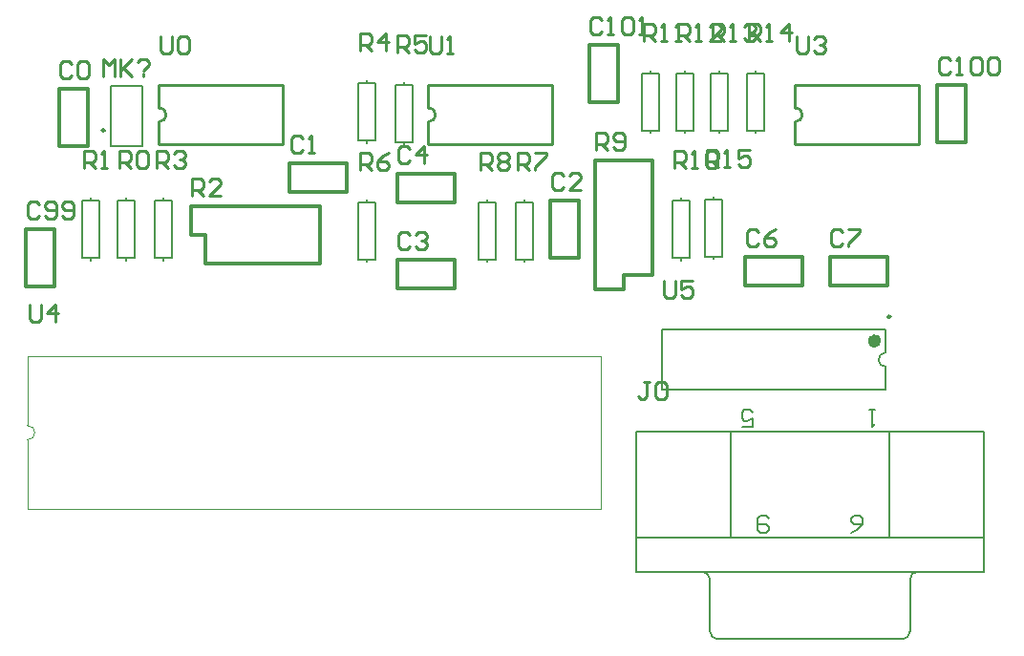
<source format=gto>
G04*
G04 #@! TF.GenerationSoftware,Altium Limited,Altium Designer,18.0.7 (293)*
G04*
G04 Layer_Color=65535*
%FSLAX25Y25*%
%MOIN*%
G70*
G01*
G75*
%ADD10C,0.02362*%
%ADD11C,0.00984*%
%ADD12C,0.00787*%
%ADD13C,0.00400*%
%ADD14C,0.00984*%
%ADD15C,0.01200*%
%ADD16C,0.01000*%
%ADD17C,0.00591*%
D10*
X323220Y86496D02*
G03*
X323220Y86496I-1181J0D01*
G01*
D11*
X327610Y95000D02*
G03*
X327610Y95000I-492J0D01*
G01*
X53421Y160000D02*
G03*
X53421Y160000I-492J0D01*
G01*
D12*
X325976Y82500D02*
G03*
X325976Y77500I0J-2500D01*
G01*
X264618Y-14886D02*
G03*
X267354Y-17622I2736J0D01*
G01*
X264598Y3244D02*
G03*
X261862Y5980I-2736J0D01*
G01*
X331646Y-17622D02*
G03*
X334382Y-14886I0J2736D01*
G01*
X337138Y5980D02*
G03*
X334402Y3244I0J-2736D01*
G01*
X74000Y115500D02*
X77000D01*
Y135500D01*
X71000D02*
X77000D01*
X71000Y115500D02*
Y135500D01*
Y115500D02*
X74000D01*
Y135500D02*
Y136400D01*
Y114600D02*
Y115500D01*
X248024Y69567D02*
Y90433D01*
X325976Y69567D02*
Y77500D01*
Y82500D02*
Y90433D01*
X248024Y69567D02*
X325976D01*
X248024Y90433D02*
X325976D01*
X266000Y116000D02*
X269000D01*
Y136000D01*
X263000D02*
X269000D01*
X263000Y116000D02*
Y136000D01*
Y116000D02*
X266000D01*
Y136000D02*
Y136900D01*
Y115100D02*
Y116000D01*
X277500Y180000D02*
X280500D01*
X277500Y160000D02*
Y180000D01*
Y160000D02*
X283500D01*
Y180000D01*
X280500D02*
X283500D01*
X280500Y159100D02*
Y160000D01*
Y180000D02*
Y180900D01*
X268000Y160000D02*
X271000D01*
Y180000D01*
X265000D02*
X271000D01*
X265000Y160000D02*
Y180000D01*
Y160000D02*
X268000D01*
Y180000D02*
Y180900D01*
Y159100D02*
Y160000D01*
X256000D02*
X259000D01*
Y180000D01*
X253000D02*
X259000D01*
X253000Y160000D02*
Y180000D01*
Y160000D02*
X256000D01*
Y180000D02*
Y180900D01*
Y159100D02*
Y160000D01*
X244000D02*
X247000D01*
Y180000D01*
X241000D02*
X247000D01*
X241000Y160000D02*
Y180000D01*
Y160000D02*
X244000D01*
Y180000D02*
Y180900D01*
Y159100D02*
Y160000D01*
X254500Y115500D02*
X257500D01*
Y135500D01*
X251500D02*
X257500D01*
X251500Y115500D02*
Y135500D01*
Y115500D02*
X254500D01*
Y135500D02*
Y136400D01*
Y114600D02*
Y115500D01*
X184000Y135000D02*
X187000D01*
X184000Y115000D02*
Y135000D01*
Y115000D02*
X190000D01*
Y135000D01*
X187000D02*
X190000D01*
X187000Y114100D02*
Y115000D01*
Y135000D02*
Y135900D01*
X200000Y115000D02*
X203000D01*
Y135000D01*
X197000D02*
X203000D01*
X197000Y115000D02*
Y135000D01*
Y115000D02*
X200000D01*
Y135000D02*
Y135900D01*
Y114100D02*
Y115000D01*
X145000D02*
X148000D01*
Y135000D01*
X142000D02*
X148000D01*
X142000Y115000D02*
Y135000D01*
Y115000D02*
X145000D01*
Y135000D02*
Y135900D01*
Y114100D02*
Y115000D01*
X158000Y156000D02*
X161000D01*
Y176000D01*
X155000D02*
X161000D01*
X155000Y156000D02*
Y176000D01*
Y156000D02*
X158000D01*
Y176000D02*
Y176900D01*
Y155100D02*
Y156000D01*
X145000Y156500D02*
X148000D01*
Y176500D01*
X142000D02*
X148000D01*
X142000Y156500D02*
Y176500D01*
Y156500D02*
X145000D01*
Y176500D02*
Y177400D01*
Y155600D02*
Y156500D01*
X48500Y115500D02*
X51500D01*
Y135500D01*
X45500D02*
X51500D01*
X45500Y115500D02*
Y135500D01*
Y115500D02*
X48500D01*
Y135500D02*
Y136400D01*
Y114600D02*
Y115500D01*
X61000D02*
X64000D01*
Y135500D01*
X58000D02*
X64000D01*
X58000Y115500D02*
Y135500D01*
Y115500D02*
X61000D01*
Y135500D02*
Y136400D01*
Y114600D02*
Y115500D01*
X66512Y154488D02*
Y175512D01*
X55488Y154488D02*
Y175512D01*
X66512D01*
X55488Y154488D02*
X66512D01*
X264598Y-14866D02*
Y3244D01*
X334402Y-14866D02*
Y3244D01*
X327059Y17811D02*
Y54819D01*
X238870Y6000D02*
X360130D01*
X271941Y17811D02*
Y54819D01*
X238870Y54819D02*
X360130D01*
X267354Y-17622D02*
X331646D01*
X360130Y6000D02*
Y54819D01*
X238870Y6000D02*
Y54819D01*
Y17811D02*
X360130D01*
D13*
X26500Y52000D02*
G03*
X26500Y57000I0J2500D01*
G01*
Y27800D02*
X226500D01*
Y81200D01*
X26500D02*
X226500D01*
X26500Y57000D02*
Y81200D01*
Y27800D02*
Y52000D01*
D14*
X294346Y163000D02*
G03*
X294346Y168000I0J2500D01*
G01*
X166347Y163000D02*
G03*
X166347Y168000I0J2500D01*
G01*
X72347Y163000D02*
G03*
X72347Y168000I0J2500D01*
G01*
X294346Y175933D02*
X337653D01*
X294346Y155067D02*
X337653D01*
Y175933D01*
X294346Y168000D02*
Y175933D01*
Y155067D02*
Y163000D01*
X166347Y175933D02*
X209653D01*
X166347Y155067D02*
X209653D01*
Y175933D01*
X166347Y168000D02*
Y175933D01*
Y155067D02*
Y163000D01*
X72347Y175933D02*
X115654D01*
X72347Y155067D02*
X115654D01*
Y175933D01*
X72347Y168000D02*
Y175933D01*
Y155067D02*
Y163000D01*
D15*
X244500Y109500D02*
Y149500D01*
X234500Y109500D02*
X244500D01*
X234500Y104500D02*
Y109500D01*
X224500Y104500D02*
X234500D01*
X224500D02*
Y149500D01*
X244500D01*
X88500Y113500D02*
X128500D01*
X88500D02*
Y123500D01*
X83500D02*
X88500D01*
X83500D02*
Y133500D01*
X128500D01*
Y113500D02*
Y133500D01*
X222500Y170000D02*
X232500D01*
X222500D02*
Y190000D01*
X232500D01*
Y170000D02*
Y190000D01*
X344000Y156000D02*
X354000D01*
X344000D02*
Y176000D01*
X354000D01*
Y156000D02*
Y176000D01*
X26000Y125500D02*
X36000D01*
Y105500D02*
Y125500D01*
X26000Y105500D02*
X36000D01*
X26000D02*
Y125500D01*
X326500Y106000D02*
Y116000D01*
X306500Y106000D02*
X326500D01*
X306500D02*
Y116000D01*
X326500D01*
X297000Y106000D02*
Y116000D01*
X277000Y106000D02*
X297000D01*
X277000D02*
Y116000D01*
X297000D01*
X175500Y135000D02*
Y145000D01*
X155500Y135000D02*
X175500D01*
X155500D02*
Y145000D01*
X175500D01*
Y105000D02*
Y115000D01*
X155500Y105000D02*
X175500D01*
X155500D02*
Y115000D01*
X175500D01*
X209000Y115500D02*
X219000D01*
X209000D02*
Y135500D01*
X219000D01*
Y115500D02*
Y135500D01*
X138000Y138500D02*
Y148500D01*
X118000Y138500D02*
X138000D01*
X118000D02*
Y148500D01*
X138000D01*
X37500Y174500D02*
X47500D01*
Y154500D02*
Y174500D01*
X37500Y154500D02*
X47500D01*
X37500D02*
Y174500D01*
D16*
X71600Y146700D02*
Y152698D01*
X74599D01*
X75599Y151698D01*
Y149699D01*
X74599Y148699D01*
X71600D01*
X73599D02*
X75599Y146700D01*
X77598Y151698D02*
X78598Y152698D01*
X80597D01*
X81597Y151698D01*
Y150699D01*
X80597Y149699D01*
X79597D01*
X80597D01*
X81597Y148699D01*
Y147700D01*
X80597Y146700D01*
X78598D01*
X77598Y147700D01*
X248600Y107398D02*
Y102400D01*
X249600Y101400D01*
X251599D01*
X252599Y102400D01*
Y107398D01*
X258597D02*
X254598D01*
Y104399D01*
X256597Y105399D01*
X257597D01*
X258597Y104399D01*
Y102400D01*
X257597Y101400D01*
X255598D01*
X254598Y102400D01*
X27300Y99298D02*
Y94300D01*
X28300Y93300D01*
X30299D01*
X31299Y94300D01*
Y99298D01*
X36297Y93300D02*
Y99298D01*
X33298Y96299D01*
X37297D01*
X294900Y192898D02*
Y187900D01*
X295900Y186900D01*
X297899D01*
X298899Y187900D01*
Y192898D01*
X300898Y191898D02*
X301898Y192898D01*
X303897D01*
X304897Y191898D01*
Y190899D01*
X303897Y189899D01*
X302897D01*
X303897D01*
X304897Y188899D01*
Y187900D01*
X303897Y186900D01*
X301898D01*
X300898Y187900D01*
X166900Y192898D02*
Y187900D01*
X167900Y186900D01*
X169899D01*
X170899Y187900D01*
Y192898D01*
X172898Y186900D02*
X174897D01*
X173898D01*
Y192898D01*
X172898Y191898D01*
X72900Y192898D02*
Y187900D01*
X73900Y186900D01*
X75899D01*
X76899Y187900D01*
Y192898D01*
X78898Y191898D02*
X79898Y192898D01*
X81897D01*
X82897Y191898D01*
Y187900D01*
X81897Y186900D01*
X79898D01*
X78898Y187900D01*
Y191898D01*
X263600Y147200D02*
Y153198D01*
X266599D01*
X267599Y152198D01*
Y150199D01*
X266599Y149199D01*
X263600D01*
X265599D02*
X267599Y147200D01*
X269598D02*
X271597D01*
X270598D01*
Y153198D01*
X269598Y152198D01*
X278595Y153198D02*
X274596D01*
Y150199D01*
X276596Y151199D01*
X277595D01*
X278595Y150199D01*
Y148200D01*
X277595Y147200D01*
X275596D01*
X274596Y148200D01*
X278150Y191150D02*
Y197148D01*
X281149D01*
X282149Y196148D01*
Y194149D01*
X281149Y193149D01*
X278150D01*
X280149D02*
X282149Y191150D01*
X284148D02*
X286147D01*
X285148D01*
Y197148D01*
X284148Y196148D01*
X292145Y191150D02*
Y197148D01*
X289146Y194149D01*
X293145D01*
X265600Y191200D02*
Y197198D01*
X268599D01*
X269599Y196198D01*
Y194199D01*
X268599Y193199D01*
X265600D01*
X267599D02*
X269599Y191200D01*
X271598D02*
X273597D01*
X272598D01*
Y197198D01*
X271598Y196198D01*
X276596D02*
X277596Y197198D01*
X279595D01*
X280595Y196198D01*
Y195199D01*
X279595Y194199D01*
X278596D01*
X279595D01*
X280595Y193199D01*
Y192200D01*
X279595Y191200D01*
X277596D01*
X276596Y192200D01*
X253600Y191200D02*
Y197198D01*
X256599D01*
X257599Y196198D01*
Y194199D01*
X256599Y193199D01*
X253600D01*
X255599D02*
X257599Y191200D01*
X259598D02*
X261597D01*
X260598D01*
Y197198D01*
X259598Y196198D01*
X268595Y191200D02*
X264596D01*
X268595Y195199D01*
Y196198D01*
X267596Y197198D01*
X265596D01*
X264596Y196198D01*
X241600Y191200D02*
Y197198D01*
X244599D01*
X245599Y196198D01*
Y194199D01*
X244599Y193199D01*
X241600D01*
X243599D02*
X245599Y191200D01*
X247598D02*
X249597D01*
X248598D01*
Y197198D01*
X247598Y196198D01*
X252596Y191200D02*
X254596D01*
X253596D01*
Y197198D01*
X252596Y196198D01*
X252100Y146700D02*
Y152698D01*
X255099D01*
X256099Y151698D01*
Y149699D01*
X255099Y148699D01*
X252100D01*
X254099D02*
X256099Y146700D01*
X258098D02*
X260097D01*
X259098D01*
Y152698D01*
X258098Y151698D01*
X263096D02*
X264096Y152698D01*
X266095D01*
X267095Y151698D01*
Y147700D01*
X266095Y146700D01*
X264096D01*
X263096Y147700D01*
Y151698D01*
X224900Y153100D02*
Y159098D01*
X227899D01*
X228899Y158098D01*
Y156099D01*
X227899Y155099D01*
X224900D01*
X226899D02*
X228899Y153100D01*
X230898Y154100D02*
X231898Y153100D01*
X233897D01*
X234897Y154100D01*
Y158098D01*
X233897Y159098D01*
X231898D01*
X230898Y158098D01*
Y157099D01*
X231898Y156099D01*
X234897D01*
X184600Y146200D02*
Y152198D01*
X187599D01*
X188599Y151198D01*
Y149199D01*
X187599Y148199D01*
X184600D01*
X186599D02*
X188599Y146200D01*
X190598Y151198D02*
X191598Y152198D01*
X193597D01*
X194597Y151198D01*
Y150199D01*
X193597Y149199D01*
X194597Y148199D01*
Y147200D01*
X193597Y146200D01*
X191598D01*
X190598Y147200D01*
Y148199D01*
X191598Y149199D01*
X190598Y150199D01*
Y151198D01*
X191598Y149199D02*
X193597D01*
X197600Y146200D02*
Y152198D01*
X200599D01*
X201599Y151198D01*
Y149199D01*
X200599Y148199D01*
X197600D01*
X199599D02*
X201599Y146200D01*
X203598Y152198D02*
X207597D01*
Y151198D01*
X203598Y147200D01*
Y146200D01*
X142600D02*
Y152198D01*
X145599D01*
X146599Y151198D01*
Y149199D01*
X145599Y148199D01*
X142600D01*
X144599D02*
X146599Y146200D01*
X152597Y152198D02*
X150597Y151198D01*
X148598Y149199D01*
Y147200D01*
X149598Y146200D01*
X151597D01*
X152597Y147200D01*
Y148199D01*
X151597Y149199D01*
X148598D01*
X155600Y187200D02*
Y193198D01*
X158599D01*
X159599Y192198D01*
Y190199D01*
X158599Y189199D01*
X155600D01*
X157599D02*
X159599Y187200D01*
X165597Y193198D02*
X161598D01*
Y190199D01*
X163597Y191199D01*
X164597D01*
X165597Y190199D01*
Y188200D01*
X164597Y187200D01*
X162598D01*
X161598Y188200D01*
X142600Y187700D02*
Y193698D01*
X145599D01*
X146599Y192698D01*
Y190699D01*
X145599Y189699D01*
X142600D01*
X144599D02*
X146599Y187700D01*
X151597D02*
Y193698D01*
X148598Y190699D01*
X152597D01*
X83900Y137100D02*
Y143098D01*
X86899D01*
X87899Y142098D01*
Y140099D01*
X86899Y139099D01*
X83900D01*
X85899D02*
X87899Y137100D01*
X93897D02*
X89898D01*
X93897Y141099D01*
Y142098D01*
X92897Y143098D01*
X90898D01*
X89898Y142098D01*
X46100Y146700D02*
Y152698D01*
X49099D01*
X50099Y151698D01*
Y149699D01*
X49099Y148699D01*
X46100D01*
X48099D02*
X50099Y146700D01*
X52098D02*
X54097D01*
X53098D01*
Y152698D01*
X52098Y151698D01*
X58600Y146700D02*
Y152698D01*
X61599D01*
X62599Y151698D01*
Y149699D01*
X61599Y148699D01*
X58600D01*
X60599D02*
X62599Y146700D01*
X64598Y151698D02*
X65598Y152698D01*
X67597D01*
X68597Y151698D01*
Y147700D01*
X67597Y146700D01*
X65598D01*
X64598Y147700D01*
Y151698D01*
X52900Y178900D02*
Y184898D01*
X54899Y182899D01*
X56899Y184898D01*
Y178900D01*
X58898Y184898D02*
Y178900D01*
Y180899D01*
X62897Y184898D01*
X59898Y181899D01*
X62897Y178900D01*
X64896Y183898D02*
X65896Y184898D01*
X67895D01*
X68895Y183898D01*
Y182899D01*
X66896Y180899D01*
Y179900D02*
Y178900D01*
X243499Y72198D02*
X241499D01*
X242499D01*
Y67200D01*
X241499Y66200D01*
X240500D01*
X239500Y67200D01*
X245498Y71198D02*
X246498Y72198D01*
X248497D01*
X249497Y71198D01*
Y67200D01*
X248497Y66200D01*
X246498D01*
X245498Y67200D01*
Y71198D01*
X226899Y198598D02*
X225899Y199598D01*
X223900D01*
X222900Y198598D01*
Y194600D01*
X223900Y193600D01*
X225899D01*
X226899Y194600D01*
X228898Y193600D02*
X230897D01*
X229898D01*
Y199598D01*
X228898Y198598D01*
X233896D02*
X234896Y199598D01*
X236895D01*
X237895Y198598D01*
Y194600D01*
X236895Y193600D01*
X234896D01*
X233896Y194600D01*
Y198598D01*
X239895Y193600D02*
X241894D01*
X240894D01*
Y199598D01*
X239895Y198598D01*
X348399Y184598D02*
X347399Y185598D01*
X345400D01*
X344400Y184598D01*
Y180600D01*
X345400Y179600D01*
X347399D01*
X348399Y180600D01*
X350398Y179600D02*
X352397D01*
X351398D01*
Y185598D01*
X350398Y184598D01*
X355396D02*
X356396Y185598D01*
X358396D01*
X359395Y184598D01*
Y180600D01*
X358396Y179600D01*
X356396D01*
X355396Y180600D01*
Y184598D01*
X361395D02*
X362394Y185598D01*
X364393D01*
X365393Y184598D01*
Y180600D01*
X364393Y179600D01*
X362394D01*
X361395Y180600D01*
Y184598D01*
X30399Y134098D02*
X29399Y135098D01*
X27400D01*
X26400Y134098D01*
Y130100D01*
X27400Y129100D01*
X29399D01*
X30399Y130100D01*
X32398D02*
X33398Y129100D01*
X35397D01*
X36397Y130100D01*
Y134098D01*
X35397Y135098D01*
X33398D01*
X32398Y134098D01*
Y133099D01*
X33398Y132099D01*
X36397D01*
X38396Y130100D02*
X39396Y129100D01*
X41395D01*
X42395Y130100D01*
Y134098D01*
X41395Y135098D01*
X39396D01*
X38396Y134098D01*
Y133099D01*
X39396Y132099D01*
X42395D01*
X310899Y124598D02*
X309899Y125598D01*
X307900D01*
X306900Y124598D01*
Y120600D01*
X307900Y119600D01*
X309899D01*
X310899Y120600D01*
X312898Y125598D02*
X316897D01*
Y124598D01*
X312898Y120600D01*
Y119600D01*
X281399Y124598D02*
X280399Y125598D01*
X278400D01*
X277400Y124598D01*
Y120600D01*
X278400Y119600D01*
X280399D01*
X281399Y120600D01*
X287397Y125598D02*
X285397Y124598D01*
X283398Y122599D01*
Y120600D01*
X284398Y119600D01*
X286397D01*
X287397Y120600D01*
Y121599D01*
X286397Y122599D01*
X283398D01*
X159899Y153598D02*
X158899Y154598D01*
X156900D01*
X155900Y153598D01*
Y149600D01*
X156900Y148600D01*
X158899D01*
X159899Y149600D01*
X164897Y148600D02*
Y154598D01*
X161898Y151599D01*
X165897D01*
X159899Y123598D02*
X158899Y124598D01*
X156900D01*
X155900Y123598D01*
Y119600D01*
X156900Y118600D01*
X158899D01*
X159899Y119600D01*
X161898Y123598D02*
X162898Y124598D01*
X164897D01*
X165897Y123598D01*
Y122599D01*
X164897Y121599D01*
X163897D01*
X164897D01*
X165897Y120599D01*
Y119600D01*
X164897Y118600D01*
X162898D01*
X161898Y119600D01*
X213399Y144098D02*
X212399Y145098D01*
X210400D01*
X209400Y144098D01*
Y140100D01*
X210400Y139100D01*
X212399D01*
X213399Y140100D01*
X219397Y139100D02*
X215398D01*
X219397Y143099D01*
Y144098D01*
X218397Y145098D01*
X216398D01*
X215398Y144098D01*
X122399Y157098D02*
X121399Y158098D01*
X119400D01*
X118400Y157098D01*
Y153100D01*
X119400Y152100D01*
X121399D01*
X122399Y153100D01*
X124398Y152100D02*
X126397D01*
X125398D01*
Y158098D01*
X124398Y157098D01*
X41899Y183098D02*
X40899Y184098D01*
X38900D01*
X37900Y183098D01*
Y179100D01*
X38900Y178100D01*
X40899D01*
X41899Y179100D01*
X43898Y183098D02*
X44898Y184098D01*
X46897D01*
X47897Y183098D01*
Y179100D01*
X46897Y178100D01*
X44898D01*
X43898Y179100D01*
Y183098D01*
D17*
X313891Y19683D02*
X315859Y20667D01*
X317827Y22635D01*
Y24603D01*
X316843Y25587D01*
X314875D01*
X313891Y24603D01*
Y23619D01*
X314875Y22635D01*
X317827D01*
X285110Y24603D02*
X284126Y25587D01*
X282158D01*
X281174Y24603D01*
Y20667D01*
X282158Y19683D01*
X284126D01*
X285110Y20667D01*
Y21651D01*
X284126Y22635D01*
X281174D01*
X275722Y56691D02*
X279658D01*
Y59643D01*
X277690Y58659D01*
X276706D01*
X275722Y59643D01*
Y61611D01*
X276706Y62594D01*
X278674D01*
X279658Y61611D01*
X322295Y62594D02*
X320327D01*
X321311D01*
Y56691D01*
X322295Y57675D01*
M02*

</source>
